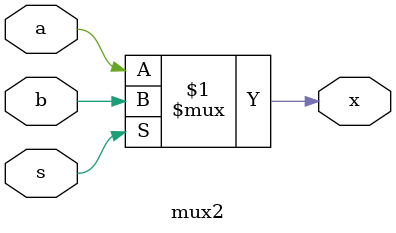
<source format=v>
module mux2(input a,b,s, output x);
assign x = s ? b : a;
endmodule
</source>
